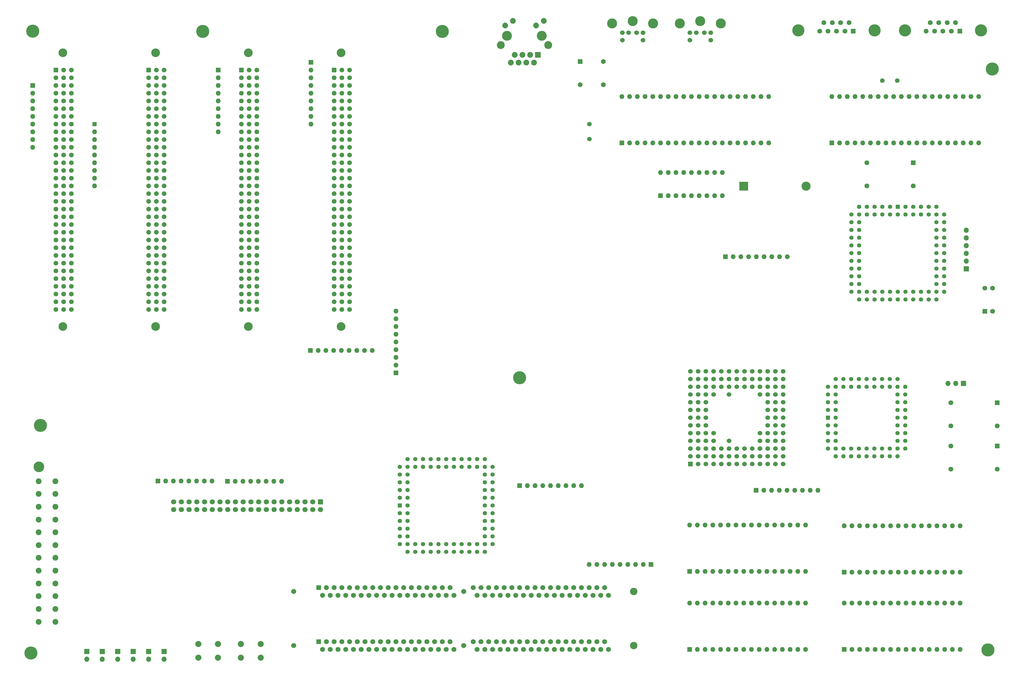
<source format=gbs>
G04 #@! TF.GenerationSoftware,KiCad,Pcbnew,(6.0.11)*
G04 #@! TF.CreationDate,2023-02-06T09:10:04+00:00*
G04 #@! TF.ProjectId,yddraig030,79646472-6169-4673-9033-302e6b696361,rev?*
G04 #@! TF.SameCoordinates,Original*
G04 #@! TF.FileFunction,Soldermask,Bot*
G04 #@! TF.FilePolarity,Negative*
%FSLAX46Y46*%
G04 Gerber Fmt 4.6, Leading zero omitted, Abs format (unit mm)*
G04 Created by KiCad (PCBNEW (6.0.11)) date 2023-02-06 09:10:04*
%MOMM*%
%LPD*%
G01*
G04 APERTURE LIST*
G04 Aperture macros list*
%AMRoundRect*
0 Rectangle with rounded corners*
0 $1 Rounding radius*
0 $2 $3 $4 $5 $6 $7 $8 $9 X,Y pos of 4 corners*
0 Add a 4 corners polygon primitive as box body*
4,1,4,$2,$3,$4,$5,$6,$7,$8,$9,$2,$3,0*
0 Add four circle primitives for the rounded corners*
1,1,$1+$1,$2,$3*
1,1,$1+$1,$4,$5*
1,1,$1+$1,$6,$7*
1,1,$1+$1,$8,$9*
0 Add four rect primitives between the rounded corners*
20,1,$1+$1,$2,$3,$4,$5,0*
20,1,$1+$1,$4,$5,$6,$7,0*
20,1,$1+$1,$6,$7,$8,$9,0*
20,1,$1+$1,$8,$9,$2,$3,0*%
G04 Aperture macros list end*
%ADD10R,1.600000X1.600000*%
%ADD11O,1.600000X1.600000*%
%ADD12R,1.700000X1.700000*%
%ADD13O,1.700000X1.700000*%
%ADD14C,1.600000*%
%ADD15R,3.000000X3.000000*%
%ADD16C,3.000000*%
%ADD17C,1.524000*%
%ADD18C,3.300000*%
%ADD19C,4.300000*%
%ADD20C,2.440000*%
%ADD21C,1.660000*%
%ADD22R,1.650000X1.650000*%
%ADD23C,1.650000*%
%ADD24R,1.422400X1.422400*%
%ADD25C,1.422400*%
%ADD26C,2.850000*%
%ADD27RoundRect,0.249999X-0.525001X-0.525001X0.525001X-0.525001X0.525001X0.525001X-0.525001X0.525001X0*%
%ADD28C,1.550000*%
%ADD29C,1.905000*%
%ADD30C,3.505200*%
%ADD31R,1.400000X1.400000*%
%ADD32R,1.524000X1.524000*%
%ADD33C,4.000000*%
%ADD34RoundRect,0.250000X-0.600000X0.600000X-0.600000X-0.600000X0.600000X-0.600000X0.600000X0.600000X0*%
%ADD35C,1.700000*%
%ADD36C,2.000000*%
%ADD37C,1.500000*%
%ADD38R,1.580000X1.580000*%
%ADD39C,1.580000*%
%ADD40C,3.250000*%
%ADD41C,2.600000*%
%ADD42C,1.890000*%
%ADD43R,1.900000X1.900000*%
%ADD44C,1.900000*%
G04 APERTURE END LIST*
D10*
X254000000Y-215646000D03*
D11*
X256540000Y-215646000D03*
X259080000Y-215646000D03*
X261620000Y-215646000D03*
X264160000Y-215646000D03*
X266700000Y-215646000D03*
X269240000Y-215646000D03*
X271780000Y-215646000D03*
X274320000Y-215646000D03*
X276860000Y-215646000D03*
X279400000Y-215646000D03*
X281940000Y-215646000D03*
X284480000Y-215646000D03*
X287020000Y-215646000D03*
X289560000Y-215646000D03*
X292100000Y-215646000D03*
X292100000Y-200406000D03*
X289560000Y-200406000D03*
X287020000Y-200406000D03*
X284480000Y-200406000D03*
X281940000Y-200406000D03*
X279400000Y-200406000D03*
X276860000Y-200406000D03*
X274320000Y-200406000D03*
X271780000Y-200406000D03*
X269240000Y-200406000D03*
X266700000Y-200406000D03*
X264160000Y-200406000D03*
X261620000Y-200406000D03*
X259080000Y-200406000D03*
X256540000Y-200406000D03*
X254000000Y-200406000D03*
D10*
X300750000Y-74750000D03*
D11*
X303290000Y-74750000D03*
X305830000Y-74750000D03*
X308370000Y-74750000D03*
X310910000Y-74750000D03*
X313450000Y-74750000D03*
X315990000Y-74750000D03*
X318530000Y-74750000D03*
X321070000Y-74750000D03*
X323610000Y-74750000D03*
X326150000Y-74750000D03*
X328690000Y-74750000D03*
X331230000Y-74750000D03*
X333770000Y-74750000D03*
X336310000Y-74750000D03*
X338850000Y-74750000D03*
X341390000Y-74750000D03*
X343930000Y-74750000D03*
X346470000Y-74750000D03*
X349010000Y-74750000D03*
X349010000Y-59510000D03*
X346470000Y-59510000D03*
X343930000Y-59510000D03*
X341390000Y-59510000D03*
X338850000Y-59510000D03*
X336310000Y-59510000D03*
X333770000Y-59510000D03*
X331230000Y-59510000D03*
X328690000Y-59510000D03*
X326150000Y-59510000D03*
X323610000Y-59510000D03*
X321070000Y-59510000D03*
X318530000Y-59510000D03*
X315990000Y-59510000D03*
X313450000Y-59510000D03*
X310910000Y-59510000D03*
X308370000Y-59510000D03*
X305830000Y-59510000D03*
X303290000Y-59510000D03*
X300750000Y-59510000D03*
D10*
X231740000Y-74740000D03*
D11*
X234280000Y-74740000D03*
X236820000Y-74740000D03*
X239360000Y-74740000D03*
X241900000Y-74740000D03*
X244440000Y-74740000D03*
X246980000Y-74740000D03*
X249520000Y-74740000D03*
X252060000Y-74740000D03*
X254600000Y-74740000D03*
X257140000Y-74740000D03*
X259680000Y-74740000D03*
X262220000Y-74740000D03*
X264760000Y-74740000D03*
X267300000Y-74740000D03*
X269840000Y-74740000D03*
X272380000Y-74740000D03*
X274920000Y-74740000D03*
X277460000Y-74740000D03*
X280000000Y-74740000D03*
X280000000Y-59500000D03*
X277460000Y-59500000D03*
X274920000Y-59500000D03*
X272380000Y-59500000D03*
X269840000Y-59500000D03*
X267300000Y-59500000D03*
X264760000Y-59500000D03*
X262220000Y-59500000D03*
X259680000Y-59500000D03*
X257140000Y-59500000D03*
X254600000Y-59500000D03*
X252060000Y-59500000D03*
X249520000Y-59500000D03*
X246980000Y-59500000D03*
X244440000Y-59500000D03*
X241900000Y-59500000D03*
X239360000Y-59500000D03*
X236820000Y-59500000D03*
X234280000Y-59500000D03*
X231740000Y-59500000D03*
D12*
X81280000Y-242000000D03*
D13*
X81280000Y-244540000D03*
D10*
X218030000Y-48030000D03*
D14*
X218030000Y-55650000D03*
X225650000Y-55650000D03*
X225650000Y-48030000D03*
D10*
X129325000Y-143000000D03*
D11*
X131865000Y-143000000D03*
X134405000Y-143000000D03*
X136945000Y-143000000D03*
X139485000Y-143000000D03*
X142025000Y-143000000D03*
X144565000Y-143000000D03*
X147105000Y-143000000D03*
X149645000Y-143000000D03*
D15*
X271747584Y-89000000D03*
D16*
X292237584Y-89000000D03*
D17*
X233950000Y-38500000D03*
X236550000Y-38500000D03*
X231850000Y-38500000D03*
X238650000Y-38500000D03*
X231850000Y-41000000D03*
X238650000Y-41000000D03*
D18*
X235250000Y-34700000D03*
X242000000Y-35500000D03*
X228500000Y-35500000D03*
D17*
X256200000Y-38500000D03*
X258800000Y-38500000D03*
X254100000Y-38500000D03*
X260900000Y-38500000D03*
X254100000Y-41000000D03*
X260900000Y-41000000D03*
D18*
X257500000Y-34700000D03*
X250750000Y-35500000D03*
X264250000Y-35500000D03*
D12*
X344950000Y-116150000D03*
D13*
X344950000Y-113610000D03*
X344950000Y-111070000D03*
X344950000Y-108530000D03*
X344950000Y-105990000D03*
X344950000Y-103450000D03*
D19*
X172720000Y-38100000D03*
D20*
X235585000Y-240030000D03*
D21*
X179705000Y-240030000D03*
X123825000Y-240030000D03*
D22*
X132080000Y-238760000D03*
D23*
X133350000Y-241300000D03*
X134620000Y-238760000D03*
X135890000Y-241300000D03*
X137160000Y-238760000D03*
X138430000Y-241300000D03*
X139700000Y-238760000D03*
X140970000Y-241300000D03*
X142240000Y-238760000D03*
X143510000Y-241300000D03*
X144780000Y-238760000D03*
X146050000Y-241300000D03*
X147320000Y-238760000D03*
X148590000Y-241300000D03*
X149860000Y-238760000D03*
X151130000Y-241300000D03*
X152400000Y-238760000D03*
X153670000Y-241300000D03*
X154940000Y-238760000D03*
X156210000Y-241300000D03*
X157480000Y-238760000D03*
X158750000Y-241300000D03*
X160020000Y-238760000D03*
X161290000Y-241300000D03*
X162560000Y-238760000D03*
X163830000Y-241300000D03*
X165100000Y-238760000D03*
X166370000Y-241300000D03*
X167640000Y-238760000D03*
X168910000Y-241300000D03*
X170180000Y-238760000D03*
X171450000Y-241300000D03*
X172720000Y-238760000D03*
X173990000Y-241300000D03*
X175260000Y-238760000D03*
X176530000Y-241300000D03*
X182880000Y-238760000D03*
X184150000Y-241300000D03*
X185420000Y-238760000D03*
X186690000Y-241300000D03*
X187960000Y-238760000D03*
X189230000Y-241300000D03*
X190500000Y-238760000D03*
X191770000Y-241300000D03*
X193040000Y-238760000D03*
X194310000Y-241300000D03*
X195580000Y-238760000D03*
X196850000Y-241300000D03*
X198120000Y-238760000D03*
X199390000Y-241300000D03*
X200660000Y-238760000D03*
X201930000Y-241300000D03*
X203200000Y-238760000D03*
X204470000Y-241300000D03*
X205740000Y-238760000D03*
X207010000Y-241300000D03*
X208280000Y-238760000D03*
X209550000Y-241300000D03*
X210820000Y-238760000D03*
X212090000Y-241300000D03*
X213360000Y-238760000D03*
X214630000Y-241300000D03*
X215900000Y-238760000D03*
X217170000Y-241300000D03*
X218440000Y-238760000D03*
X219710000Y-241300000D03*
X220980000Y-238760000D03*
X222250000Y-241300000D03*
X223520000Y-238760000D03*
X224790000Y-241300000D03*
X226060000Y-238760000D03*
X227330000Y-241300000D03*
D24*
X158760000Y-194000000D03*
D25*
X161300000Y-194000000D03*
X158760000Y-196540000D03*
X161300000Y-196540000D03*
X158760000Y-199080000D03*
X161300000Y-199080000D03*
X158760000Y-201620000D03*
X161300000Y-201620000D03*
X158760000Y-204160000D03*
X161300000Y-204160000D03*
X158760000Y-206700000D03*
X161300000Y-209240000D03*
X161300000Y-206700000D03*
X163840000Y-209240000D03*
X163840000Y-206700000D03*
X166380000Y-209240000D03*
X166380000Y-206700000D03*
X168920000Y-209240000D03*
X168920000Y-206700000D03*
X171460000Y-209240000D03*
X171460000Y-206700000D03*
X174000000Y-209240000D03*
X174000000Y-206700000D03*
X176540000Y-209240000D03*
X176540000Y-206700000D03*
X179080000Y-209240000D03*
X179080000Y-206700000D03*
X181620000Y-209240000D03*
X181620000Y-206700000D03*
X184160000Y-209240000D03*
X184160000Y-206700000D03*
X186700000Y-209240000D03*
X189240000Y-206700000D03*
X186700000Y-206700000D03*
X189240000Y-204160000D03*
X186700000Y-204160000D03*
X189240000Y-201620000D03*
X186700000Y-201620000D03*
X189240000Y-199080000D03*
X186700000Y-199080000D03*
X189240000Y-196540000D03*
X186700000Y-196540000D03*
X189240000Y-194000000D03*
X186700000Y-194000000D03*
X189240000Y-191460000D03*
X186700000Y-191460000D03*
X189240000Y-188920000D03*
X186700000Y-188920000D03*
X189240000Y-186380000D03*
X186700000Y-186380000D03*
X189240000Y-183840000D03*
X186700000Y-183840000D03*
X189240000Y-181300000D03*
X186700000Y-178760000D03*
X186700000Y-181300000D03*
X184160000Y-178760000D03*
X184160000Y-181300000D03*
X181620000Y-178760000D03*
X181620000Y-181300000D03*
X179080000Y-178760000D03*
X179080000Y-181300000D03*
X176540000Y-178760000D03*
X176540000Y-181300000D03*
X174000000Y-178760000D03*
X174000000Y-181300000D03*
X171460000Y-178760000D03*
X171460000Y-181300000D03*
X168920000Y-178760000D03*
X168920000Y-181300000D03*
X166380000Y-178760000D03*
X166380000Y-181300000D03*
X163840000Y-178760000D03*
X163840000Y-181300000D03*
X161300000Y-178760000D03*
X158760000Y-181300000D03*
X161300000Y-181300000D03*
X158760000Y-183840000D03*
X161300000Y-183840000D03*
X158760000Y-186380000D03*
X161300000Y-186380000D03*
X158760000Y-188920000D03*
X161300000Y-188920000D03*
X158760000Y-191460000D03*
X161300000Y-191460000D03*
D26*
X47960000Y-45170000D03*
X47960000Y-135170000D03*
D27*
X45720000Y-50800000D03*
D28*
X45720000Y-53340000D03*
X45720000Y-55880000D03*
X45720000Y-58420000D03*
X45720000Y-60960000D03*
X45720000Y-63500000D03*
X45720000Y-66040000D03*
X45720000Y-68580000D03*
X45720000Y-71120000D03*
X45720000Y-73660000D03*
X45720000Y-76200000D03*
X45720000Y-78740000D03*
X45720000Y-81280000D03*
X45720000Y-83820000D03*
X45720000Y-86360000D03*
X45720000Y-88900000D03*
X45720000Y-91440000D03*
X45720000Y-93980000D03*
X45720000Y-96520000D03*
X45720000Y-99060000D03*
X45720000Y-101600000D03*
X45720000Y-104140000D03*
X45720000Y-106680000D03*
X45720000Y-109220000D03*
X45720000Y-111760000D03*
X45720000Y-114300000D03*
X45720000Y-116840000D03*
X45720000Y-119380000D03*
X45720000Y-121920000D03*
X45720000Y-124460000D03*
X45720000Y-127000000D03*
X45720000Y-129540000D03*
X48260000Y-50800000D03*
X48260000Y-53340000D03*
X48260000Y-55880000D03*
X48260000Y-58420000D03*
X48260000Y-60960000D03*
X48260000Y-63500000D03*
X48260000Y-66040000D03*
X48260000Y-68580000D03*
X48260000Y-71120000D03*
X48260000Y-73660000D03*
X48260000Y-76200000D03*
X48260000Y-78740000D03*
X48260000Y-81280000D03*
X48260000Y-83820000D03*
X48260000Y-86360000D03*
X48260000Y-88900000D03*
X48260000Y-91440000D03*
X48260000Y-93980000D03*
X48260000Y-96520000D03*
X48260000Y-99060000D03*
X48260000Y-101600000D03*
X48260000Y-104140000D03*
X48260000Y-106680000D03*
X48260000Y-109220000D03*
X48260000Y-111760000D03*
X48260000Y-114300000D03*
X48260000Y-116840000D03*
X48260000Y-119380000D03*
X48260000Y-121920000D03*
X48260000Y-124460000D03*
X48260000Y-127000000D03*
X48260000Y-129540000D03*
X50800000Y-50800000D03*
X50800000Y-53340000D03*
X50800000Y-55880000D03*
X50800000Y-58420000D03*
X50800000Y-60960000D03*
X50800000Y-63500000D03*
X50800000Y-66040000D03*
X50800000Y-68580000D03*
X50800000Y-71120000D03*
X50800000Y-73660000D03*
X50800000Y-76200000D03*
X50800000Y-78740000D03*
X50800000Y-81280000D03*
X50800000Y-83820000D03*
X50800000Y-86360000D03*
X50800000Y-88900000D03*
X50800000Y-91440000D03*
X50800000Y-93980000D03*
X50800000Y-96520000D03*
X50800000Y-99060000D03*
X50800000Y-101600000D03*
X50800000Y-104140000D03*
X50800000Y-106680000D03*
X50800000Y-109220000D03*
X50800000Y-111760000D03*
X50800000Y-114300000D03*
X50800000Y-116840000D03*
X50800000Y-119380000D03*
X50800000Y-121920000D03*
X50800000Y-124460000D03*
X50800000Y-127000000D03*
X50800000Y-129540000D03*
D29*
X45500000Y-186000008D03*
X45500000Y-190200007D03*
X45500000Y-194400006D03*
X45500000Y-198600005D03*
X45500000Y-202800005D03*
X45500000Y-207000004D03*
X45500000Y-211200003D03*
X45500000Y-215400002D03*
X45500000Y-219600002D03*
X45500000Y-223800001D03*
X45500000Y-228000000D03*
X45500000Y-232199999D03*
X40000001Y-186000008D03*
X40000001Y-190200007D03*
X40000001Y-194400006D03*
X40000001Y-198600005D03*
X40000001Y-202800005D03*
X40000001Y-207000004D03*
X40000001Y-211200003D03*
X40000001Y-215400002D03*
X40000001Y-219600002D03*
X40000001Y-223800001D03*
X40000001Y-228000000D03*
X40000001Y-232199999D03*
D30*
X40102500Y-181236505D03*
D19*
X94000000Y-38100000D03*
D31*
X58420000Y-68580000D03*
D11*
X58420000Y-71120000D03*
X58420000Y-73660000D03*
X58420000Y-76200000D03*
X58420000Y-78740000D03*
X58420000Y-81280000D03*
X58420000Y-83820000D03*
X58420000Y-86360000D03*
X58420000Y-88900000D03*
D32*
X254254000Y-180340000D03*
D17*
X254254000Y-177800000D03*
X254254000Y-175260000D03*
X254254000Y-172720000D03*
X254254000Y-170180000D03*
X254254000Y-167640000D03*
X254254000Y-165100000D03*
X254254000Y-162560000D03*
X254254000Y-160020000D03*
X254254000Y-157480000D03*
X254254000Y-154940000D03*
X254254000Y-152400000D03*
X254254000Y-149860000D03*
X256794000Y-180340000D03*
X256794000Y-177800000D03*
X256794000Y-175260000D03*
X256794000Y-172720000D03*
X256794000Y-170180000D03*
X256794000Y-167640000D03*
X256794000Y-165100000D03*
X256794000Y-162560000D03*
X256794000Y-160020000D03*
X256794000Y-157480000D03*
X256794000Y-154940000D03*
X256794000Y-152400000D03*
X256794000Y-149860000D03*
X259334000Y-180340000D03*
X259334000Y-177800000D03*
X259334000Y-175260000D03*
X259334000Y-172720000D03*
X259334000Y-170180000D03*
X259334000Y-167640000D03*
X259334000Y-165100000D03*
X259334000Y-162560000D03*
X259334000Y-160020000D03*
X259334000Y-157480000D03*
X259334000Y-154940000D03*
X259334000Y-152400000D03*
X259334000Y-149860000D03*
X261874000Y-180340000D03*
X261874000Y-177800000D03*
X261874000Y-175260000D03*
X261874000Y-172720000D03*
X261874000Y-170180000D03*
X261874000Y-157480000D03*
X261874000Y-154940000D03*
X261874000Y-152400000D03*
X261874000Y-149860000D03*
X264414000Y-180340000D03*
X264414000Y-177800000D03*
X264414000Y-175260000D03*
X264414000Y-154940000D03*
X264414000Y-152400000D03*
X264414000Y-149860000D03*
X266954000Y-180340000D03*
X266954000Y-177800000D03*
X266954000Y-175260000D03*
X266954000Y-172720000D03*
X266954000Y-157480000D03*
X266954000Y-154940000D03*
X266954000Y-152400000D03*
X266954000Y-149860000D03*
X269494000Y-180340000D03*
X269494000Y-177800000D03*
X269494000Y-175260000D03*
X269494000Y-154940000D03*
X269494000Y-152400000D03*
X269494000Y-149860000D03*
X272034000Y-180340000D03*
X272034000Y-177800000D03*
X272034000Y-175260000D03*
X272034000Y-154940000D03*
X272034000Y-152400000D03*
X272034000Y-149860000D03*
X274574000Y-180340000D03*
X274574000Y-177800000D03*
X274574000Y-175260000D03*
X274574000Y-154940000D03*
X274574000Y-152400000D03*
X274574000Y-149860000D03*
X277114000Y-180340000D03*
X277114000Y-177800000D03*
X277114000Y-175260000D03*
X277114000Y-172720000D03*
X277114000Y-170180000D03*
X277114000Y-157480000D03*
X277114000Y-154940000D03*
X277114000Y-152400000D03*
X277114000Y-149860000D03*
X279654000Y-180340000D03*
X279654000Y-177800000D03*
X279654000Y-175260000D03*
X279654000Y-172720000D03*
X279654000Y-170180000D03*
X279654000Y-167640000D03*
X279654000Y-165100000D03*
X279654000Y-162560000D03*
X279654000Y-160020000D03*
X279654000Y-157480000D03*
X279654000Y-154940000D03*
X279654000Y-152400000D03*
X279654000Y-149860000D03*
X282194000Y-180340000D03*
X282194000Y-177800000D03*
X282194000Y-175260000D03*
X282194000Y-172720000D03*
X282194000Y-170180000D03*
X282194000Y-167640000D03*
X282194000Y-165100000D03*
X282194000Y-162560000D03*
X282194000Y-160020000D03*
X282194000Y-157480000D03*
X282194000Y-154940000D03*
X282194000Y-152400000D03*
X282194000Y-149860000D03*
X284734000Y-180340000D03*
X284734000Y-177800000D03*
X284734000Y-175260000D03*
X284734000Y-172720000D03*
X284734000Y-170180000D03*
X284734000Y-167640000D03*
X284734000Y-165100000D03*
X284734000Y-162560000D03*
X284734000Y-160020000D03*
X284734000Y-157480000D03*
X284734000Y-154940000D03*
X284734000Y-152400000D03*
X284734000Y-149860000D03*
D24*
X299466000Y-165100000D03*
D25*
X302006000Y-165100000D03*
X299466000Y-167640000D03*
X302006000Y-167640000D03*
X299466000Y-170180000D03*
X302006000Y-170180000D03*
X299466000Y-172720000D03*
X302006000Y-172720000D03*
X299466000Y-175260000D03*
X302006000Y-177800000D03*
X302006000Y-175260000D03*
X304546000Y-177800000D03*
X304546000Y-175260000D03*
X307086000Y-177800000D03*
X307086000Y-175260000D03*
X309626000Y-177800000D03*
X309626000Y-175260000D03*
X312166000Y-177800000D03*
X312166000Y-175260000D03*
X314706000Y-177800000D03*
X314706000Y-175260000D03*
X317246000Y-177800000D03*
X317246000Y-175260000D03*
X319786000Y-177800000D03*
X319786000Y-175260000D03*
X322326000Y-177800000D03*
X324866000Y-175260000D03*
X322326000Y-175260000D03*
X324866000Y-172720000D03*
X322326000Y-172720000D03*
X324866000Y-170180000D03*
X322326000Y-170180000D03*
X324866000Y-167640000D03*
X322326000Y-167640000D03*
X324866000Y-165100000D03*
X322326000Y-165100000D03*
X324866000Y-162560000D03*
X322326000Y-162560000D03*
X324866000Y-160020000D03*
X322326000Y-160020000D03*
X324866000Y-157480000D03*
X322326000Y-157480000D03*
X324866000Y-154940000D03*
X322326000Y-152400000D03*
X322326000Y-154940000D03*
X319786000Y-152400000D03*
X319786000Y-154940000D03*
X317246000Y-152400000D03*
X317246000Y-154940000D03*
X314706000Y-152400000D03*
X314706000Y-154940000D03*
X312166000Y-152400000D03*
X312166000Y-154940000D03*
X309626000Y-152400000D03*
X309626000Y-154940000D03*
X307086000Y-152400000D03*
X307086000Y-154940000D03*
X304546000Y-152400000D03*
X304546000Y-154940000D03*
X302006000Y-152400000D03*
X299466000Y-154940000D03*
X302006000Y-154940000D03*
X299466000Y-157480000D03*
X302006000Y-157480000D03*
X299466000Y-160020000D03*
X302006000Y-160020000D03*
X299466000Y-162560000D03*
X302006000Y-162560000D03*
D33*
X289750000Y-37750000D03*
X314750000Y-37750000D03*
D10*
X307790000Y-38050000D03*
D14*
X305020000Y-38050000D03*
X302250000Y-38050000D03*
X299480000Y-38050000D03*
X296710000Y-38050000D03*
X306405000Y-35210000D03*
X303635000Y-35210000D03*
X300865000Y-35210000D03*
X298095000Y-35210000D03*
D34*
X132630000Y-192747500D03*
D35*
X132630000Y-195287500D03*
X130090000Y-192747500D03*
X130090000Y-195287500D03*
X127550000Y-192747500D03*
X127550000Y-195287500D03*
X125010000Y-192747500D03*
X125010000Y-195287500D03*
X122470000Y-192747500D03*
X122470000Y-195287500D03*
X119930000Y-192747500D03*
X119930000Y-195287500D03*
X117390000Y-192747500D03*
X117390000Y-195287500D03*
X114850000Y-192747500D03*
X114850000Y-195287500D03*
X112310000Y-192747500D03*
X112310000Y-195287500D03*
X109770000Y-192747500D03*
X109770000Y-195287500D03*
X107230000Y-192747500D03*
X107230000Y-195287500D03*
X104690000Y-192747500D03*
X104690000Y-195287500D03*
X102150000Y-192747500D03*
X102150000Y-195287500D03*
X99610000Y-192747500D03*
X99610000Y-195287500D03*
X97070000Y-192747500D03*
X97070000Y-195287500D03*
X94530000Y-192747500D03*
X94530000Y-195287500D03*
X91990000Y-192747500D03*
X91990000Y-195287500D03*
X89450000Y-192747500D03*
X89450000Y-195287500D03*
X86910000Y-192747500D03*
X86910000Y-195287500D03*
X84370000Y-192747500D03*
X84370000Y-195287500D03*
D21*
X123825000Y-222250000D03*
D20*
X235585000Y-222250000D03*
D21*
X179705000Y-222250000D03*
D22*
X132080000Y-220980000D03*
D23*
X133350000Y-223520000D03*
X134620000Y-220980000D03*
X135890000Y-223520000D03*
X137160000Y-220980000D03*
X138430000Y-223520000D03*
X139700000Y-220980000D03*
X140970000Y-223520000D03*
X142240000Y-220980000D03*
X143510000Y-223520000D03*
X144780000Y-220980000D03*
X146050000Y-223520000D03*
X147320000Y-220980000D03*
X148590000Y-223520000D03*
X149860000Y-220980000D03*
X151130000Y-223520000D03*
X152400000Y-220980000D03*
X153670000Y-223520000D03*
X154940000Y-220980000D03*
X156210000Y-223520000D03*
X157480000Y-220980000D03*
X158750000Y-223520000D03*
X160020000Y-220980000D03*
X161290000Y-223520000D03*
X162560000Y-220980000D03*
X163830000Y-223520000D03*
X165100000Y-220980000D03*
X166370000Y-223520000D03*
X167640000Y-220980000D03*
X168910000Y-223520000D03*
X170180000Y-220980000D03*
X171450000Y-223520000D03*
X172720000Y-220980000D03*
X173990000Y-223520000D03*
X175260000Y-220980000D03*
X176530000Y-223520000D03*
X182880000Y-220980000D03*
X184150000Y-223520000D03*
X185420000Y-220980000D03*
X186690000Y-223520000D03*
X187960000Y-220980000D03*
X189230000Y-223520000D03*
X190500000Y-220980000D03*
X191770000Y-223520000D03*
X193040000Y-220980000D03*
X194310000Y-223520000D03*
X195580000Y-220980000D03*
X196850000Y-223520000D03*
X198120000Y-220980000D03*
X199390000Y-223520000D03*
X200660000Y-220980000D03*
X201930000Y-223520000D03*
X203200000Y-220980000D03*
X204470000Y-223520000D03*
X205740000Y-220980000D03*
X207010000Y-223520000D03*
X208280000Y-220980000D03*
X209550000Y-223520000D03*
X210820000Y-220980000D03*
X212090000Y-223520000D03*
X213360000Y-220980000D03*
X214630000Y-223520000D03*
X215900000Y-220980000D03*
X217170000Y-223520000D03*
X218440000Y-220980000D03*
X219710000Y-223520000D03*
X220980000Y-220980000D03*
X222250000Y-223520000D03*
X223520000Y-220980000D03*
X224790000Y-223520000D03*
X226060000Y-220980000D03*
X227330000Y-223520000D03*
D19*
X352000000Y-241500000D03*
X353500000Y-50500000D03*
D12*
X344000000Y-153800000D03*
D13*
X341460000Y-153800000D03*
X338920000Y-153800000D03*
D10*
X304800000Y-241300000D03*
D11*
X307340000Y-241300000D03*
X309880000Y-241300000D03*
X312420000Y-241300000D03*
X314960000Y-241300000D03*
X317500000Y-241300000D03*
X320040000Y-241300000D03*
X322580000Y-241300000D03*
X325120000Y-241300000D03*
X327660000Y-241300000D03*
X330200000Y-241300000D03*
X332740000Y-241300000D03*
X335280000Y-241300000D03*
X337820000Y-241300000D03*
X340360000Y-241300000D03*
X342900000Y-241300000D03*
X342900000Y-226060000D03*
X340360000Y-226060000D03*
X337820000Y-226060000D03*
X335280000Y-226060000D03*
X332740000Y-226060000D03*
X330200000Y-226060000D03*
X327660000Y-226060000D03*
X325120000Y-226060000D03*
X322580000Y-226060000D03*
X320040000Y-226060000D03*
X317500000Y-226060000D03*
X314960000Y-226060000D03*
X312420000Y-226060000D03*
X309880000Y-226060000D03*
X307340000Y-226060000D03*
X304800000Y-226060000D03*
D19*
X37500000Y-242500000D03*
D36*
X113000000Y-239500000D03*
X106500000Y-239500000D03*
X106500000Y-244000000D03*
X113000000Y-244000000D03*
D12*
X71120000Y-242000000D03*
D13*
X71120000Y-244540000D03*
D37*
X317350000Y-54250000D03*
X322250000Y-54250000D03*
X221062500Y-68550000D03*
X221062500Y-73450000D03*
D19*
X38100000Y-38000000D03*
D10*
X254000000Y-241300000D03*
D11*
X256540000Y-241300000D03*
X259080000Y-241300000D03*
X261620000Y-241300000D03*
X264160000Y-241300000D03*
X266700000Y-241300000D03*
X269240000Y-241300000D03*
X271780000Y-241300000D03*
X274320000Y-241300000D03*
X276860000Y-241300000D03*
X279400000Y-241300000D03*
X281940000Y-241300000D03*
X284480000Y-241300000D03*
X287020000Y-241300000D03*
X289560000Y-241300000D03*
X292100000Y-241300000D03*
X292100000Y-226060000D03*
X289560000Y-226060000D03*
X287020000Y-226060000D03*
X284480000Y-226060000D03*
X281940000Y-226060000D03*
X279400000Y-226060000D03*
X276860000Y-226060000D03*
X274320000Y-226060000D03*
X271780000Y-226060000D03*
X269240000Y-226060000D03*
X266700000Y-226060000D03*
X264160000Y-226060000D03*
X261620000Y-226060000D03*
X259080000Y-226060000D03*
X256540000Y-226060000D03*
X254000000Y-226060000D03*
D38*
X351050000Y-130120000D03*
D39*
X351050000Y-122500000D03*
X353590000Y-130120000D03*
X353590000Y-122500000D03*
D12*
X55880000Y-242000000D03*
D13*
X55880000Y-244540000D03*
D10*
X157450000Y-150400000D03*
D11*
X157450000Y-147860000D03*
X157450000Y-145320000D03*
X157450000Y-142780000D03*
X157450000Y-140240000D03*
X157450000Y-137700000D03*
X157450000Y-135160000D03*
X157450000Y-132620000D03*
X157450000Y-130080000D03*
D12*
X76200000Y-242000000D03*
D13*
X76200000Y-244540000D03*
D10*
X241300000Y-213360000D03*
D11*
X238760000Y-213360000D03*
X236220000Y-213360000D03*
X233680000Y-213360000D03*
X231140000Y-213360000D03*
X228600000Y-213360000D03*
X226060000Y-213360000D03*
X223520000Y-213360000D03*
X220980000Y-213360000D03*
D10*
X275825000Y-189000000D03*
D11*
X278365000Y-189000000D03*
X280905000Y-189000000D03*
X283445000Y-189000000D03*
X285985000Y-189000000D03*
X288525000Y-189000000D03*
X291065000Y-189000000D03*
X293605000Y-189000000D03*
X296145000Y-189000000D03*
D26*
X78440000Y-45170000D03*
X78440000Y-135170000D03*
D27*
X76200000Y-50800000D03*
D28*
X76200000Y-53340000D03*
X76200000Y-55880000D03*
X76200000Y-58420000D03*
X76200000Y-60960000D03*
X76200000Y-63500000D03*
X76200000Y-66040000D03*
X76200000Y-68580000D03*
X76200000Y-71120000D03*
X76200000Y-73660000D03*
X76200000Y-76200000D03*
X76200000Y-78740000D03*
X76200000Y-81280000D03*
X76200000Y-83820000D03*
X76200000Y-86360000D03*
X76200000Y-88900000D03*
X76200000Y-91440000D03*
X76200000Y-93980000D03*
X76200000Y-96520000D03*
X76200000Y-99060000D03*
X76200000Y-101600000D03*
X76200000Y-104140000D03*
X76200000Y-106680000D03*
X76200000Y-109220000D03*
X76200000Y-111760000D03*
X76200000Y-114300000D03*
X76200000Y-116840000D03*
X76200000Y-119380000D03*
X76200000Y-121920000D03*
X76200000Y-124460000D03*
X76200000Y-127000000D03*
X76200000Y-129540000D03*
X78740000Y-50800000D03*
X78740000Y-53340000D03*
X78740000Y-55880000D03*
X78740000Y-58420000D03*
X78740000Y-60960000D03*
X78740000Y-63500000D03*
X78740000Y-66040000D03*
X78740000Y-68580000D03*
X78740000Y-71120000D03*
X78740000Y-73660000D03*
X78740000Y-76200000D03*
X78740000Y-78740000D03*
X78740000Y-81280000D03*
X78740000Y-83820000D03*
X78740000Y-86360000D03*
X78740000Y-88900000D03*
X78740000Y-91440000D03*
X78740000Y-93980000D03*
X78740000Y-96520000D03*
X78740000Y-99060000D03*
X78740000Y-101600000D03*
X78740000Y-104140000D03*
X78740000Y-106680000D03*
X78740000Y-109220000D03*
X78740000Y-111760000D03*
X78740000Y-114300000D03*
X78740000Y-116840000D03*
X78740000Y-119380000D03*
X78740000Y-121920000D03*
X78740000Y-124460000D03*
X78740000Y-127000000D03*
X78740000Y-129540000D03*
X81280000Y-50800000D03*
X81280000Y-53340000D03*
X81280000Y-55880000D03*
X81280000Y-58420000D03*
X81280000Y-60960000D03*
X81280000Y-63500000D03*
X81280000Y-66040000D03*
X81280000Y-68580000D03*
X81280000Y-71120000D03*
X81280000Y-73660000D03*
X81280000Y-76200000D03*
X81280000Y-78740000D03*
X81280000Y-81280000D03*
X81280000Y-83820000D03*
X81280000Y-86360000D03*
X81280000Y-88900000D03*
X81280000Y-91440000D03*
X81280000Y-93980000D03*
X81280000Y-96520000D03*
X81280000Y-99060000D03*
X81280000Y-101600000D03*
X81280000Y-104140000D03*
X81280000Y-106680000D03*
X81280000Y-109220000D03*
X81280000Y-111760000D03*
X81280000Y-114300000D03*
X81280000Y-116840000D03*
X81280000Y-119380000D03*
X81280000Y-121920000D03*
X81280000Y-124460000D03*
X81280000Y-127000000D03*
X81280000Y-129540000D03*
D10*
X265780000Y-112200000D03*
D11*
X268320000Y-112200000D03*
X270860000Y-112200000D03*
X273400000Y-112200000D03*
X275940000Y-112200000D03*
X278480000Y-112200000D03*
X281020000Y-112200000D03*
X283560000Y-112200000D03*
X286100000Y-112200000D03*
D36*
X92500000Y-239500000D03*
X99000000Y-239500000D03*
X92500000Y-244000000D03*
X99000000Y-244000000D03*
D10*
X99060000Y-50800000D03*
D11*
X99060000Y-53340000D03*
X99060000Y-55880000D03*
X99060000Y-58420000D03*
X99060000Y-60960000D03*
X99060000Y-63500000D03*
X99060000Y-66040000D03*
X99060000Y-68580000D03*
X99060000Y-71120000D03*
D26*
X108920000Y-135170000D03*
X108920000Y-45170000D03*
D27*
X106680000Y-50800000D03*
D28*
X106680000Y-53340000D03*
X106680000Y-55880000D03*
X106680000Y-58420000D03*
X106680000Y-60960000D03*
X106680000Y-63500000D03*
X106680000Y-66040000D03*
X106680000Y-68580000D03*
X106680000Y-71120000D03*
X106680000Y-73660000D03*
X106680000Y-76200000D03*
X106680000Y-78740000D03*
X106680000Y-81280000D03*
X106680000Y-83820000D03*
X106680000Y-86360000D03*
X106680000Y-88900000D03*
X106680000Y-91440000D03*
X106680000Y-93980000D03*
X106680000Y-96520000D03*
X106680000Y-99060000D03*
X106680000Y-101600000D03*
X106680000Y-104140000D03*
X106680000Y-106680000D03*
X106680000Y-109220000D03*
X106680000Y-111760000D03*
X106680000Y-114300000D03*
X106680000Y-116840000D03*
X106680000Y-119380000D03*
X106680000Y-121920000D03*
X106680000Y-124460000D03*
X106680000Y-127000000D03*
X106680000Y-129540000D03*
X109220000Y-50800000D03*
X109220000Y-53340000D03*
X109220000Y-55880000D03*
X109220000Y-58420000D03*
X109220000Y-60960000D03*
X109220000Y-63500000D03*
X109220000Y-66040000D03*
X109220000Y-68580000D03*
X109220000Y-71120000D03*
X109220000Y-73660000D03*
X109220000Y-76200000D03*
X109220000Y-78740000D03*
X109220000Y-81280000D03*
X109220000Y-83820000D03*
X109220000Y-86360000D03*
X109220000Y-88900000D03*
X109220000Y-91440000D03*
X109220000Y-93980000D03*
X109220000Y-96520000D03*
X109220000Y-99060000D03*
X109220000Y-101600000D03*
X109220000Y-104140000D03*
X109220000Y-106680000D03*
X109220000Y-109220000D03*
X109220000Y-111760000D03*
X109220000Y-114300000D03*
X109220000Y-116840000D03*
X109220000Y-119380000D03*
X109220000Y-121920000D03*
X109220000Y-124460000D03*
X109220000Y-127000000D03*
X109220000Y-129540000D03*
X111760000Y-50800000D03*
X111760000Y-53340000D03*
X111760000Y-55880000D03*
X111760000Y-58420000D03*
X111760000Y-60960000D03*
X111760000Y-63500000D03*
X111760000Y-66040000D03*
X111760000Y-68580000D03*
X111760000Y-71120000D03*
X111760000Y-73660000D03*
X111760000Y-76200000D03*
X111760000Y-78740000D03*
X111760000Y-81280000D03*
X111760000Y-83820000D03*
X111760000Y-86360000D03*
X111760000Y-88900000D03*
X111760000Y-91440000D03*
X111760000Y-93980000D03*
X111760000Y-96520000D03*
X111760000Y-99060000D03*
X111760000Y-101600000D03*
X111760000Y-104140000D03*
X111760000Y-106680000D03*
X111760000Y-109220000D03*
X111760000Y-111760000D03*
X111760000Y-114300000D03*
X111760000Y-116840000D03*
X111760000Y-119380000D03*
X111760000Y-121920000D03*
X111760000Y-124460000D03*
X111760000Y-127000000D03*
X111760000Y-129540000D03*
D10*
X79220000Y-185900000D03*
D11*
X81760000Y-185900000D03*
X84300000Y-185900000D03*
X86840000Y-185900000D03*
X89380000Y-185900000D03*
X91920000Y-185900000D03*
X94460000Y-185900000D03*
X97000000Y-185900000D03*
D19*
X40640000Y-167640000D03*
D10*
X244380000Y-92120000D03*
D11*
X246920000Y-92120000D03*
X249460000Y-92120000D03*
X252000000Y-92120000D03*
X254540000Y-92120000D03*
X257080000Y-92120000D03*
X259620000Y-92120000D03*
X262160000Y-92120000D03*
X264700000Y-92120000D03*
X264700000Y-84500000D03*
X262160000Y-84500000D03*
X259620000Y-84500000D03*
X257080000Y-84500000D03*
X254540000Y-84500000D03*
X252000000Y-84500000D03*
X249460000Y-84500000D03*
X246920000Y-84500000D03*
X244380000Y-84500000D03*
D12*
X60960000Y-242000000D03*
D13*
X60960000Y-244540000D03*
D10*
X327450000Y-81300000D03*
D14*
X312210000Y-81300000D03*
X312210000Y-88920000D03*
X327450000Y-88920000D03*
D10*
X129540000Y-48245000D03*
D11*
X129540000Y-50785000D03*
X129540000Y-53325000D03*
X129540000Y-55865000D03*
X129540000Y-58405000D03*
X129540000Y-60945000D03*
X129540000Y-63485000D03*
X129540000Y-66025000D03*
X129540000Y-68565000D03*
D10*
X102120000Y-186000000D03*
D11*
X104660000Y-186000000D03*
X107200000Y-186000000D03*
X109740000Y-186000000D03*
X112280000Y-186000000D03*
X114820000Y-186000000D03*
X117360000Y-186000000D03*
X119900000Y-186000000D03*
D10*
X355070000Y-160165000D03*
D14*
X339830000Y-160165000D03*
X339830000Y-167785000D03*
X355070000Y-167785000D03*
D10*
X304800000Y-215900000D03*
D11*
X307340000Y-215900000D03*
X309880000Y-215900000D03*
X312420000Y-215900000D03*
X314960000Y-215900000D03*
X317500000Y-215900000D03*
X320040000Y-215900000D03*
X322580000Y-215900000D03*
X325120000Y-215900000D03*
X327660000Y-215900000D03*
X330200000Y-215900000D03*
X332740000Y-215900000D03*
X335280000Y-215900000D03*
X337820000Y-215900000D03*
X340360000Y-215900000D03*
X342900000Y-215900000D03*
X342900000Y-200660000D03*
X340360000Y-200660000D03*
X337820000Y-200660000D03*
X335280000Y-200660000D03*
X332740000Y-200660000D03*
X330200000Y-200660000D03*
X327660000Y-200660000D03*
X325120000Y-200660000D03*
X322580000Y-200660000D03*
X320040000Y-200660000D03*
X317500000Y-200660000D03*
X314960000Y-200660000D03*
X312420000Y-200660000D03*
X309880000Y-200660000D03*
X307340000Y-200660000D03*
X304800000Y-200660000D03*
D24*
X322400000Y-95740000D03*
D25*
X322400000Y-98280000D03*
X319860000Y-95740000D03*
X319860000Y-98280000D03*
X317320000Y-95740000D03*
X317320000Y-98280000D03*
X314780000Y-95740000D03*
X314780000Y-98280000D03*
X312240000Y-95740000D03*
X312240000Y-98280000D03*
X309700000Y-95740000D03*
X307160000Y-98280000D03*
X309700000Y-98280000D03*
X307160000Y-100820000D03*
X309700000Y-100820000D03*
X307160000Y-103360000D03*
X309700000Y-103360000D03*
X307160000Y-105900000D03*
X309700000Y-105900000D03*
X307160000Y-108440000D03*
X309700000Y-108440000D03*
X307160000Y-110980000D03*
X309700000Y-110980000D03*
X307160000Y-113520000D03*
X309700000Y-113520000D03*
X307160000Y-116060000D03*
X309700000Y-116060000D03*
X307160000Y-118600000D03*
X309700000Y-118600000D03*
X307160000Y-121140000D03*
X309700000Y-121140000D03*
X307160000Y-123680000D03*
X309700000Y-126220000D03*
X309700000Y-123680000D03*
X312240000Y-126220000D03*
X312240000Y-123680000D03*
X314780000Y-126220000D03*
X314780000Y-123680000D03*
X317320000Y-126220000D03*
X317320000Y-123680000D03*
X319860000Y-126220000D03*
X319860000Y-123680000D03*
X322400000Y-126220000D03*
X322400000Y-123680000D03*
X324940000Y-126220000D03*
X324940000Y-123680000D03*
X327480000Y-126220000D03*
X327480000Y-123680000D03*
X330020000Y-126220000D03*
X330020000Y-123680000D03*
X332560000Y-126220000D03*
X332560000Y-123680000D03*
X335100000Y-126220000D03*
X337640000Y-123680000D03*
X335100000Y-123680000D03*
X337640000Y-121140000D03*
X335100000Y-121140000D03*
X337640000Y-118600000D03*
X335100000Y-118600000D03*
X337640000Y-116060000D03*
X335100000Y-116060000D03*
X337640000Y-113520000D03*
X335100000Y-113520000D03*
X337640000Y-110980000D03*
X335100000Y-110980000D03*
X337640000Y-108440000D03*
X335100000Y-108440000D03*
X337640000Y-105900000D03*
X335100000Y-105900000D03*
X337640000Y-103360000D03*
X335100000Y-103360000D03*
X337640000Y-100820000D03*
X335100000Y-100820000D03*
X337640000Y-98280000D03*
X335100000Y-95740000D03*
X335100000Y-98280000D03*
X332560000Y-95740000D03*
X332560000Y-98280000D03*
X330020000Y-95740000D03*
X330020000Y-98280000D03*
X327480000Y-95740000D03*
X327480000Y-98280000D03*
X324940000Y-95740000D03*
X324940000Y-98280000D03*
D26*
X139400000Y-135170000D03*
X139400000Y-45170000D03*
D27*
X137160000Y-50800000D03*
D28*
X137160000Y-53340000D03*
X137160000Y-55880000D03*
X137160000Y-58420000D03*
X137160000Y-60960000D03*
X137160000Y-63500000D03*
X137160000Y-66040000D03*
X137160000Y-68580000D03*
X137160000Y-71120000D03*
X137160000Y-73660000D03*
X137160000Y-76200000D03*
X137160000Y-78740000D03*
X137160000Y-81280000D03*
X137160000Y-83820000D03*
X137160000Y-86360000D03*
X137160000Y-88900000D03*
X137160000Y-91440000D03*
X137160000Y-93980000D03*
X137160000Y-96520000D03*
X137160000Y-99060000D03*
X137160000Y-101600000D03*
X137160000Y-104140000D03*
X137160000Y-106680000D03*
X137160000Y-109220000D03*
X137160000Y-111760000D03*
X137160000Y-114300000D03*
X137160000Y-116840000D03*
X137160000Y-119380000D03*
X137160000Y-121920000D03*
X137160000Y-124460000D03*
X137160000Y-127000000D03*
X137160000Y-129540000D03*
X139700000Y-50800000D03*
X139700000Y-53340000D03*
X139700000Y-55880000D03*
X139700000Y-58420000D03*
X139700000Y-60960000D03*
X139700000Y-63500000D03*
X139700000Y-66040000D03*
X139700000Y-68580000D03*
X139700000Y-71120000D03*
X139700000Y-73660000D03*
X139700000Y-76200000D03*
X139700000Y-78740000D03*
X139700000Y-81280000D03*
X139700000Y-83820000D03*
X139700000Y-86360000D03*
X139700000Y-88900000D03*
X139700000Y-91440000D03*
X139700000Y-93980000D03*
X139700000Y-96520000D03*
X139700000Y-99060000D03*
X139700000Y-101600000D03*
X139700000Y-104140000D03*
X139700000Y-106680000D03*
X139700000Y-109220000D03*
X139700000Y-111760000D03*
X139700000Y-114300000D03*
X139700000Y-116840000D03*
X139700000Y-119380000D03*
X139700000Y-121920000D03*
X139700000Y-124460000D03*
X139700000Y-127000000D03*
X139700000Y-129540000D03*
X142240000Y-50800000D03*
X142240000Y-53340000D03*
X142240000Y-55880000D03*
X142240000Y-58420000D03*
X142240000Y-60960000D03*
X142240000Y-63500000D03*
X142240000Y-66040000D03*
X142240000Y-68580000D03*
X142240000Y-71120000D03*
X142240000Y-73660000D03*
X142240000Y-76200000D03*
X142240000Y-78740000D03*
X142240000Y-81280000D03*
X142240000Y-83820000D03*
X142240000Y-86360000D03*
X142240000Y-88900000D03*
X142240000Y-91440000D03*
X142240000Y-93980000D03*
X142240000Y-96520000D03*
X142240000Y-99060000D03*
X142240000Y-101600000D03*
X142240000Y-104140000D03*
X142240000Y-106680000D03*
X142240000Y-109220000D03*
X142240000Y-111760000D03*
X142240000Y-114300000D03*
X142240000Y-116840000D03*
X142240000Y-119380000D03*
X142240000Y-121920000D03*
X142240000Y-124460000D03*
X142240000Y-127000000D03*
X142240000Y-129540000D03*
D12*
X66040000Y-242000000D03*
D13*
X66040000Y-244540000D03*
D33*
X349750000Y-37750000D03*
X324750000Y-37750000D03*
D10*
X342790000Y-38050000D03*
D14*
X340020000Y-38050000D03*
X337250000Y-38050000D03*
X334480000Y-38050000D03*
X331710000Y-38050000D03*
X341405000Y-35210000D03*
X338635000Y-35210000D03*
X335865000Y-35210000D03*
X333095000Y-35210000D03*
D10*
X198150000Y-187450000D03*
D11*
X200690000Y-187450000D03*
X203230000Y-187450000D03*
X205770000Y-187450000D03*
X208310000Y-187450000D03*
X210850000Y-187450000D03*
X213390000Y-187450000D03*
X215930000Y-187450000D03*
X218470000Y-187450000D03*
D10*
X38100000Y-55880000D03*
D11*
X38100000Y-58420000D03*
X38100000Y-60960000D03*
X38100000Y-63500000D03*
X38100000Y-66040000D03*
X38100000Y-68580000D03*
X38100000Y-71120000D03*
X38100000Y-73660000D03*
X38100000Y-76200000D03*
D40*
X205430000Y-39500000D03*
X194000000Y-39500000D03*
D41*
X207490000Y-42550000D03*
X191940000Y-42550000D03*
D42*
X193390000Y-36120000D03*
X195930000Y-34600000D03*
X203500000Y-36120000D03*
X206040000Y-34600000D03*
D43*
X204160000Y-45840000D03*
D44*
X202890000Y-48380000D03*
X201620000Y-45840000D03*
X200350000Y-48380000D03*
X199080000Y-45840000D03*
X197810000Y-48380000D03*
X196540000Y-45840000D03*
X195270000Y-48380000D03*
D19*
X198150000Y-151950000D03*
D10*
X355070000Y-174415000D03*
D14*
X339830000Y-174415000D03*
X339830000Y-182035000D03*
X355070000Y-182035000D03*
M02*

</source>
